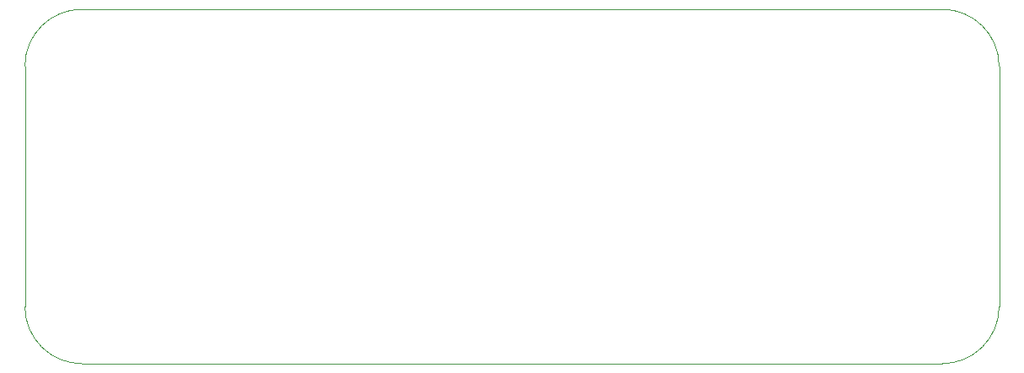
<source format=gm1>
G04 #@! TF.GenerationSoftware,KiCad,Pcbnew,8.0.0*
G04 #@! TF.CreationDate,2024-05-31T17:11:35+01:00*
G04 #@! TF.ProjectId,basic_kit_SMT_bumpers_D_pad,62617369-635f-46b6-9974-5f534d545f62,v1.4*
G04 #@! TF.SameCoordinates,Original*
G04 #@! TF.FileFunction,Profile,NP*
%FSLAX46Y46*%
G04 Gerber Fmt 4.6, Leading zero omitted, Abs format (unit mm)*
G04 Created by KiCad (PCBNEW 8.0.0) date 2024-05-31 17:11:35*
%MOMM*%
%LPD*%
G01*
G04 APERTURE LIST*
G04 #@! TA.AperFunction,Profile*
%ADD10C,0.100000*%
G04 #@! TD*
G04 APERTURE END LIST*
D10*
X146036000Y-49357000D02*
G75*
G02*
X151751000Y-55072000I0J-5715000D01*
G01*
X53961000Y-55072000D02*
G75*
G02*
X59676000Y-49357000I5715000J0D01*
G01*
X146036000Y-84985885D02*
X59676000Y-84985885D01*
X59676000Y-84985885D02*
G75*
G02*
X53961015Y-79270885I0J5714985D01*
G01*
X151751000Y-79270885D02*
X151751000Y-55072000D01*
X151751000Y-79270885D02*
G75*
G02*
X146036000Y-84985900I-5715000J-15D01*
G01*
X59676000Y-49357000D02*
X146036000Y-49357000D01*
X53961000Y-55072000D02*
X53961000Y-79270885D01*
M02*

</source>
